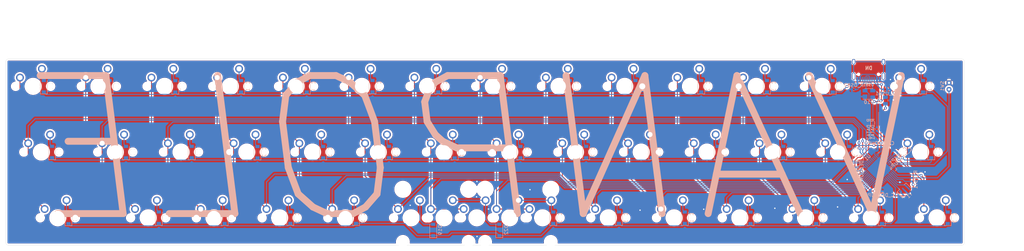
<source format=kicad_pcb>
(kicad_pcb (version 20210424) (generator pcbnew)
  (layers (0 "F.Cu" signal) (31 "B.Cu" signal) (34 "B.Paste" user) (35 "F.Paste" user) (36 "B.SilkS" user "B.Silkscreen") (37 "F.SilkS" user "F.Silkscreen") (38 "B.Mask" user) (39 "F.Mask" user) (44 "Edge.Cuts" user))
  (net 0 "")
  (net 1 "+5V")
  (net 2 "GND")
  (net 3 "Net-(C_UCAP1-Pad1)")
  (net 4 "row0")
  (net 5 "Net-(MX1-Pad2)")
  (net 6 "row1")
  (net 7 "Net-(MX2-Pad2)")
  (net 8 "row2")
  (net 9 "Net-(MX3-Pad2)")
  (net 10 "Net-(MX4-Pad2)")
  (net 11 "Net-(MX5-Pad2)")
  (net 12 "Net-(MX6-Pad2)")
  (net 13 "Net-(MX7-Pad2)")
  (net 14 "Net-(MX8-Pad2)")
  (net 15 "Net-(MX9-Pad2)")
  (net 16 "D-")
  (net 17 "D+")
  (net 18 "VCC")
  (net 19 "Net-(MX10-Pad2)")
  (net 20 "Net-(MX11-Pad2)")
  (net 21 "Net-(MX12-Pad2)")
  (net 22 "Net-(MX13-Pad2)")
  (net 23 "Net-(MX14-Pad2)")
  (net 24 "Net-(MX15-Pad2)")
  (net 25 "Net-(MX16-Pad2)")
  (net 26 "Net-(MX17-Pad2)")
  (net 27 "Net-(MX18-Pad2)")
  (net 28 "Net-(MX19-Pad2)")
  (net 29 "Net-(MX20-Pad2)")
  (net 30 "Net-(MX21-Pad2)")
  (net 31 "Net-(MX22-Pad2)")
  (net 32 "Net-(MX23-Pad2)")
  (net 33 "Net-(MX24-Pad2)")
  (net 34 "Net-(MX25-Pad2)")
  (net 35 "Net-(MX26-Pad2)")
  (net 36 "Net-(MX27-Pad2)")
  (net 37 "Net-(MX28-Pad2)")
  (net 38 "Net-(MX29-Pad2)")
  (net 39 "Net-(MX30-Pad2)")
  (net 40 "Net-(MX31-Pad2)")
  (net 41 "Net-(MX32-Pad2)")
  (net 42 "Net-(MX33-Pad2)")
  (net 43 "Net-(MX34-Pad2)")
  (net 44 "Net-(MX35-Pad2)")
  (net 45 "Net-(MX36-Pad2)")
  (net 46 "Net-(MX37-Pad2)")
  (net 47 "Net-(MX38-Pad2)")
  (net 48 "Net-(MX39-Pad2)")
  (net 49 "Net-(MX40-Pad2)")
  (net 50 "Net-(MX41-Pad2)")
  (net 51 "Net-(MX42-Pad2)")
  (net 52 "col0")
  (net 53 "col1")
  (net 54 "col2")
  (net 55 "col3")
  (net 56 "col4")
  (net 57 "col5")
  (net 58 "col6")
  (net 59 "col7")
  (net 60 "col8")
  (net 61 "col9")
  (net 62 "col10")
  (net 63 "col11")
  (net 64 "col12")
  (net 65 "col13")
  (net 66 "Net-(R_DATA1-Pad2)")
  (net 67 "Net-(R_DATA2-Pad2)")
  (net 68 "Net-(R_HWB1-Pad1)")
  (net 69 "Net-(R_RST1-Pad2)")
  (net 70 "Net-(USB1-Pad10)")
  (net 71 "Net-(R_USB2-Pad1)")
  (net 75 "Net-(U1-Pad16)")
  (net 76 "Net-(U1-Pad17)")
  (net 81 "unconnected-(USB1-Pad13)")
  (footprint "Keybage_MX:MX_1u_NoLED" (layer "F.Cu") (at 161.925 95.25)
    (fp_text reference "MX21")
    (fp_text value "MX-NoLED")
  )
  (footprint "Keybage_MX:MX_1u_NoLED" (layer "F.Cu") (at 190.5 76.2)
    (fp_text reference "MX26")
    (fp_text value "MX-NoLED")
  )
  (footprint "Keybage_MX:MX_1u_NoLED" (layer "F.Cu") (at 223.8375 57.15)
    (fp_text reference "MX31")
    (fp_text value "MX-NoLED")
  )
  (footprint "Keybage_MX:MX_1u_NoLED" (layer "F.Cu") (at 66.675 95.25)
    (fp_text reference "MX6")
    (fp_text value "MX-NoLED")
  )
  (footprint "Keybage_MX:MX_1u_NoLED" (layer "F.Cu") (at 180.975 95.25)
    (fp_text reference "MX24")
    (fp_text value "MX-NoLED")
  )
  (footprint "Keybage_MX:MX_1u_NoLED" (layer "F.Cu") (at 242.8875 57.15)
    (fp_text reference "MX34")
    (fp_text value "MX-NoLED")
  )
  (footprint "Keybage_MX:MX_1u_NoLED" (layer "F.Cu") (at 76.2 76.2)
    (fp_text reference "MX8")
    (fp_text value "MX-NoLED")
  )
  (footprint "Keybage_MX:MX_1u_NoLED" (layer "F.Cu") (at 147.6375 57.15)
    (fp_text reference "MX19")
    (fp_text value "MX-NoLED")
  )
  (footprint "Keybage_MX:MX_1u_NoLED" (layer "F.Cu") (at 238.125 95.25)
    (fp_text reference "MX33")
    (fp_text value "MX-NoLED")
  )
  (footprint "Keybage_MX:MX_2u_ReversedStabilizers_NoLED" (layer "F.Cu") (at 171.45 95.25)
    (fp_text reference "MX44")
    (fp_text value "MX-NoLED")
  )
  (footprint "Keybage_MX:MX_1u_NoLED" (layer "F.Cu") (at 85.725 95.25)
    (fp_text reference "MX9")
    (fp_text value "MX-NoLED")
  )
  (footprint "Keybage_MX:MX_1u_NoLED" (layer "F.Cu") (at 152.4 76.2)
    (fp_text reference "MX20")
    (fp_text value "MX-NoLED")
  )
  (footprint "Keybage_MX:MX_2u_ReversedStabilizers_NoLED" (layer "F.Cu") (at 152.4 95.25)
    (fp_text reference "MX43")
    (fp_text value "MX-NoLED")
  )
  (footprint "Keybage_MX:MX_1u_NoLED" (layer "F.Cu") (at 200.025 95.25)
    (fp_text reference "MX27")
    (fp_text value "MX-NoLED")
  )
  (footprint "Keybage_MX:MX_1.5u_NoLED" (layer "F.Cu") (at 290.5125 76.2)
    (fp_text reference "MX41")
    (fp_text value "MX-NoLED")
  )
  (footprint "Keybage_MX:MX_1u_NoLED" (layer "F.Cu") (at 261.9375 57.15)
    (fp_text reference "MX37")
    (fp_text value "MX-NoLED")
  )
  (footprint "Keybage_MX:MX_1u_NoLED" (layer "F.Cu") (at 128.5875 57.15)
    (fp_text reference "MX16")
    (fp_text value "MX-NoLED")
  )
  (footprint "Keybage_MX:MX_1.25u_NoLED" (layer "F.Cu") (at 35.71875 76.2)
    (fp_text reference "MX2")
    (fp_text value "MX-NoLED")
  )
  (footprint "Keybage_MX:MX_1u_NoLED" (layer "F.Cu") (at 171.45 76.2)
    (fp_text reference "MX23")
    (fp_text value "MX-NoLED")
  )
  (footprint "Keybage_MX:MX_1u_NoLED" (layer "F.Cu") (at 95.25 76.2)
    (fp_text reference "MX11")
    (fp_text value "MX-NoLED")
  )
  (footprint "Keybage_MX:MX_1u_NoLED" (layer "F.Cu") (at 90.4875 57.15)
    (fp_text reference "MX10")
    (fp_text value "MX-NoLED")
  )
  (footprint "Keybage_MX:MX_1u_NoLED" (layer "F.Cu") (at 266.7 76.2)
    (fp_text reference "MX38")
    (fp_text value "MX-NoLED")
  )
  (footprint "Keybage_MX:MX_1u_NoLED" (layer "F.Cu") (at 142.875 95.25)
    (fp_text reference "MX18")
    (fp_text value "MX-NoLED")
  )
  (footprint "Keybage_MX:MX_1.75u_NoLED" (layer "F.Cu") (at 288.13125 57.15)
    (fp_text reference "MX40")
    (fp_text value "MX-NoLED")
  )
  (footprint "Keybage_MX:MX_1u_NoLED" (layer "F.Cu") (at 228.6 76.2)
    (fp_text reference "MX32")
    (fp_text value "MX-NoLED")
  )
  (footprint "Keybage_MX:MX_1u_NoLED" (layer "F.Cu") (at 104.775 95.25)
    (fp_text reference "MX12")
    (fp_text value "MX-NoLED")
  )
  (footprint "Keybage_MX:MX_1u_NoLED" (layer "F.Cu") (at 166.6875 57.15)
    (fp_text reference "MX22")
    (fp_text value "MX-NoLED")
  )
  (footprint "Keybage_MX:MX_1u_NoLED" (layer "F.Cu") (at 57.15 76.2)
    (fp_text reference "MX5")
    (fp_text value "MX-NoLED")
  )
  (footprint "Keybage_MX:MX_1u_NoLED" (layer "F.Cu") (at 52.3875 57.15)
    (fp_text reference "MX4")
    (fp_text value "MX-NoLED")
  )
  (footprint "Keybage_MX:MX_1u_NoLED" (layer "F.Cu") (at 276.225 95.25)
    (fp_text reference "MX39")
    (fp_text value "MX-NoLED")
  )
  (footprint "Keybage_MX:MX_1u_NoLED" (layer "F.Cu") (at 133.35 76.2)
    (fp_text reference "MX17")
    (fp_text value "MX-NoLED")
  )
  (footprint "Keybage_MX:MX_1u_NoLED" (layer "F.Cu") (at 185.7375 57.15)
    (fp_text reference "MX25")
    (fp_text value "MX-NoLED")
  )
  (footprint "Keybage_MX:MX_1u_NoLED" (layer "F.Cu") (at 71.4375 57.15)
    (fp_text reference "MX7")
    (fp_text value "MX-NoLED")
  )
  (footprint "Keybage_MX:MX_1u_NoLED" (layer "F.Cu") (at 219.075 95.25)
    (fp_text reference "MX30")
    (fp_text value "MX-NoLED")
  )
  (footprint "Keybage_MX:MX_1u_NoLED" (layer "F.Cu") (at 123.825 95.25)
    (fp_text reference "MX15")
    (fp_text value "MX-NoLED")
  )
  (footprint "Keybage_MX:MX_1u_NoLED" (layer "F.Cu") (at 204.7875 57.15)
    (fp_text reference "MX28")
    (fp_text value "MX-NoLED")
  )
  (footprint "Keybage_MX:MX_1u_NoLED" (layer "F.Cu") (at 257.175 95.25)
    (fp_text reference "MX36")
    (fp_text value "MX-NoLED")
  )
  (footprint "Keybage_MX:MX_1u_NoLED" (layer "F.Cu") (at 33.3375 57.15)
    (fp_text reference "MX1")
    (fp_text value "MX-NoLED")
  )
  (footprint "Keybage_MX:MX_1u_NoLED" (layer "F.Cu") (at 295.275 95.25)
    (fp_text reference "MX42")
    (fp_text value "MX-NoLED")
  )
  (footprint "Keybage_MX:MX_1u_NoLED" (layer "F.Cu") (at 209.55 76.2)
    (fp_text reference "MX29")
    (fp_text value "MX-NoLED")
  )
  (footprint "Keybage_MX:MX_1.75u_NoLED" (layer "F.Cu") (at 40.48125 95.25)
    (fp_text reference "MX3")
    (fp_text value "MX-NoLED")
  )
  (footprint "Keybage_MX:MX_1u_NoLED" (layer "F.Cu") (at 114.3 76.2)
    (fp_text reference "MX14")
    (fp_text value "MX-NoLED")
  )
  (footprint "Keybage_MX:MX_1u_NoLED" (layer "F.Cu") (at 247.65 76.2)
    (fp_text reference "MX35")
    (fp_text value "MX-NoLED")
  )
  (footprint "Keybage_MX:MX_1u_NoLED" (layer "F.Cu") (at 109.5375 57.15)
    (fp_text reference "MX13")
    (fp_text value "MX-NoLED")
  )
  (footprint "Diode_SMD:D_SOD-123" (layer "B.Cu") (at 241.23 95.26 90)
    (fp_text reference "D34")
    (fp_text value "D_Small")
  )
  (footprint "Diode_SMD:D_SOD-123" (layer "B.Cu") (at 93.59 57.14 90)
    (fp_text reference "D11")
    (fp_text value "D_Small")
  )
  (footprint "Diode_SMD:D_SOD-123" (layer "B.Cu") (at 222.18 95.22 90)
    (fp_text reference "D31")
    (fp_text value "D_Small")
  )
  (footprint "Diode_SMD:D_SOD-123" (layer "B.Cu") (at 245.99 57.12 90)
    (fp_text reference "D35")
    (fp_text value "D_Small")
  )
  (footprint "Diode_SMD:D_SOD-123" (layer "B.Cu") (at 43.58 95.3 90)
    (fp_text reference "D3")
    (fp_text value "D_Small")
  )
  (footprint "Diode_SMD:D_SOD-123" (layer "B.Cu") (at 136.46 76.18 90)
    (fp_text reference "D18")
    (fp_text value "D_Small")
  )
  (footprint "Diode_SMD:D_SOD-123" (layer "B.Cu") (at 60.25 76.21 90)
    (fp_text reference "D5")
    (fp_text value "D_Small")
  )
  (footprint "Diode_SMD:D_SOD-123" (layer "B.Cu") (at 226.94 57.12 90)
    (fp_text reference "D32")
    (fp_text value "D_Small")
  )
  (footprint "Diode_SMD:D_SOD-123" (layer "B.Cu") (at 98.35 76.24 90)
    (fp_text reference "D12")
    (fp_text value "D_Small")
  )
  (footprint "Capacitor_SMD:C_0402_1005Metric" (layer "B.Cu") (at 283.22 76.5 45)
    (fp_text reference "C_UCAP1")
    (fp_text value "1u")
  )
  (footprint "Diode_SMD:D_SOD-123" (layer "B.Cu") (at 107.88 95.21 90)
    (fp_text reference "D13")
    (fp_text value "D_Small")
  )
  (footprint "Resistor_THT:R_Axial_DIN0204_L3.6mm_D1.6mm_P1.90mm_Vertical" (layer "B.Cu") (at 298.75 56.135 -90)
    (fp_text reference "SW1")
    (fp_text value "SW_Push")
  )
  (footprint "Crystal:Resonator_SMD_Murata_CSTxExxV-3Pin_3.0x1.1mm" (layer "B.Cu") (at 285.86 87.29 45)
    (fp_text reference "Y1")
    (fp_text value "Resonator_Small")
  )
  (footprint "Diode_SMD:D_SOD-123" (layer "B.Cu") (at 112.63 57.14 90)
    (fp_text reference "D14")
    (fp_text value "D_Small")
  )
  (footprint "Capacitor_SMD:C_0402_1005Metric" (layer "B.Cu") (at 278.58 74.82 180)
    (fp_text reference "C_DECOUP1")
    (fp_text value ".1u")
  )
  (footprint "Resistor_SMD:R_0402_1005Metric" (layer "B.Cu") (at 271.15 81.18 90)
    (fp_text reference "R_HWB1")
    (fp_text value "10k")
  )
  (footprint "Resistor_SMD:R_0402_1005Metric" (layer "B.Cu") (at 276.69 69.57 -90)
    (fp_text reference "R_DATA2")
    (fp_text value "22")
  )
  (footprint "Diode_SMD:D_SOD-123" (layer "B.Cu") (at 291.23 57.13 90)
    (fp_text reference "D41")
    (fp_text value "D_Small")
  )
  (footprint "Diode_SMD:D_SOD-123" (layer "B.Cu") (at 88.83 95.24 90)
    (fp_text reference "D9")
    (fp_text value "D_Small")
  )
  (footprint "Diode_SMD:D_SOD-123" (layer "B.Cu") (at 131.69 57.1 90)
    (fp_text reference "D17")
    (fp_text value "D_Small")
  )
  (footprint "Diode_SMD:D_SOD-123" (layer "B.Cu") (at 169.79 57.12 90)
    (fp_text reference "D23")
    (fp_text value "D_Small")
  )
  (footprint "Diode_SMD:D_SOD-123" (layer "B.Cu") (at 126.92 95.21 90)
    (fp_text reference "D16")
    (fp_text value "D_Small")
  )
  (footprint "Components:HRO-TYPE-C-31-M-12-Assembly" (layer "B.Cu") (at 275.43125 47.43125)
    (fp_text reference "USB1")
    (fp_text value "HRO-TYPE-C-31-M-12")
  )
  (footprint "Diode_SMD:D_SOD-123" (layer "B.Cu") (at 74.54 57.15 90)
    (fp_text reference "D7")
    (fp_text value "D_Small")
  )
  (footprint "Diode_SMD:D_SOD-123" (layer "B.Cu") (at 293.61 76.21 90)
    (fp_text reference "D42")
    (fp_text value "D_Small")
  )
  (footprint "Capacitor_SMD:C_0402_1005Metric" (layer "B.Cu") (at 272.24 81.18 90)
    (fp_text reference "C_DECOUP3")
    (fp_text value ".1u")
  )
  (footprint "Diode_SMD:D_SOD-123" (layer "B.Cu") (at 265.04 57.15 90)
    (fp_text reference "D38")
    (fp_text value "D_Small")
  )
  (footprint "Capacitor_SMD:C_0402_1005Metric" (layer "B.Cu") (at 278.58 87.52)
    (fp_text reference "C_DECOUP2")
    (fp_text value ".1u")
  )
  (footprint "Diode_SMD:D_SOD-123" (layer "B.Cu") (at 193.6 76.2 90)
    (fp_text reference "D27")
    (fp_text value "D_Small")
  )
  (footprint "Package_DFN_QFN:QFN-44-1EP_7x7mm_P0.5mm_EP5.2x5.2mm" (layer "B.Cu") (at 278.58 81.18 -135)
    (fp_text reference "U1")
    (fp_text value "ATmega32U4-M")
  )
  (footprint "Resistor_SMD:R_0402_1005Metric" (layer "B.Cu") (at 280.25 58.03)
    (fp_text reference "R_USB1")
    (fp_text value "5k1")
  )
  (footprint "Diode_SMD:D_SOD-123" (layer "B.Cu") (at 203.12 95.2 90)
    (fp_text reference "D28")
    (fp_text value "D_Small")
  )
  (footprint "Resistor_SMD:R_0402_1005Metric" (layer "B.Cu") (at 287.92 84.18 90)
    (fp_text reference "R_RST1")
    (fp_text value "10k")
  )
  (footprint "Diode_SMD:D_SOD-123" (layer "B.Cu") (at 36.44 57.12 90)
    (fp_text reference "D1")
    (fp_text value "D_Small")
  )
  (footprint "Diode_SMD:D_SOD-123" (layer "B.Cu") (at 207.89 57.12 90)
    (fp_text reference "D29")
    (fp_text value "D_Small")
  )
  (footprint "Diode_SMD:D_SOD-123" (layer "B.Cu") (at 250.75 76.19 90)
    (fp_text reference "D36")
    (fp_text value "D_Small")
  )
  (footprint "Diode_SMD:D_SOD-123" (layer "B.Cu") (at 168.44 98.76 90)
    (fp_text reference "D22")
    (fp_text value "D_Small")
  )
  (footprint "Diode_SMD:D_SOD-123" (layer "B.Cu") (at 298.37 95.25 90)
    (fp_text reference "D43")
    (fp_text value "D_Small")
  )
  (footprint "Resistor_SMD:R_0402_1005Metric" (layer "B.Cu") (at 277.83 69.55 -90)
    (fp_text reference "R_DATA1")
    (fp_text value "22")
  )
  (footprint "Diode_SMD:D_SOD-123" (layer "B.Cu") (at 149.28 98.78 90)
    (fp_text reference "D19")
    (fp_text value "D_Small")
  )
  (footprint "Package_TO_SOT_SMD:SOT-143" (layer "B.Cu") (at 275.52 59.35)
    (fp_text reference "D10")
    (fp_text value "PRTR5V0U2X")
  )
  (footprint "Diode_SMD:D_SOD-123" (layer "B.Cu") (at 260.28 95.25 90)
    (fp_text reference "D37")
    (fp_text value "D_Small")
  )
  (footprint "Diode_SMD:D_SOD-123" (layer "B.Cu") (at 231.7 76.2 90)
    (fp_text reference "D33")
    (fp_text value "D_Small")
  )
  (footprint "Diode_SMD:D_SOD-123" (layer "B.Cu") (at 174.55 76.22 90)
    (fp_text reference "D24")
    (fp_text value "D_Small")
  )
  (footprint "Diode_SMD:D_SOD-123" (layer "B.Cu") (at 55.49 57.12 90)
    (fp_text reference "D4")
    (fp_text value "D_Small")
  )
  (footprint "Capacitor_SMD:C_0402_1005Metric" (layer "B.Cu") (at 283.9 77.33 45)
    (fp_text reference "C_DECOUP4")
    (fp_text value "10u")
  )
  (footprint "Diode_SMD:D_SOD-123" (layer "B.Cu") (at 117.4 76.22 90)
    (fp_text reference "D15")
    (fp_text value "D_Small")
  )
  (footprint "Diode_SMD:D_SOD-123" (layer "B.Cu") (at 269.81 76.21 90)
    (fp_text reference "D39")
    (fp_text value "D_Small")
  )
  (footprint "Resistor_SMD:R_0402_1005Metric" (layer "B.Cu") (at 271.14 58.03 180)
    (fp_text reference "R_USB2")
    (fp_text value "5k1")
  )
  (footprint "Diode_SMD:D_SOD-123" (layer "B.Cu") (at 38.82 76.19 90)
    (fp_text reference "D2")
    (fp_text value "D_Small")
  )
  (footprint "Diode_SMD:D_SOD-123" (layer "B.Cu") (at 184.08 95.24 90)
    (fp_text reference "D25")
    (fp_text value "D_Small")
  )
  (footprint "Diode_SMD:D_SOD-123" (layer "B.Cu") (at 155.5 76.24 90)
    (fp_text reference "D21")
    (fp_text value "D_Small")
  )
  (footprint "Fuse:Fuse_0805_2012Metric" (layer "B.Cu") (at 280.34 61.25 -90)
    (fp_text reference "F1")
    (fp_text value "Polyfuse_Small")
  )
  (footprint "Diode_SMD:D_SOD-123" (layer "B.Cu") (at 150.74 57.12 90)
    (fp_text reference "D20")
    (fp_text value "D_Small")
  )
  (footprint "Diode_SMD:D_SOD-123" (layer "B.Cu") (at 69.78 95.22 90)
    (fp_text reference "D6")
    (fp_text value "D_Small")
  )
  (footprint "Diode_SMD:D_SOD-123" (layer "B.Cu") (at 188.84 57.13 90)
    (fp_text reference "D26")
    (fp_text value "D_Small")
  )
  (footprint "Diode_SMD:D_SOD-123" (layer "B.Cu") (at 279.33 95.27 90)
    (fp_text reference "D40")
    (fp_text value "D_Small")
  )
  (footprint "Diode_SMD:D_SOD-123" (layer "B.Cu") (at 212.65 76.16 90)
    (fp_text reference "D30")
    (fp_text value "D_Small")
  )
  (footprint "Diode_SMD:D_SOD-123" (layer "B.Cu") (at 79.3 76.2 90)
    (fp_text reference "D8")
    (fp_text value "D_Small")
  )
  (gr_line (start 280.9875 49.2125) (end 269.875 49.2125) (layer "Edge.Cuts") (width 0.05))
  (gr_line (start 303.2125 50.00625) (end 303.2125 102.39375) (layer "Edge.Cuts") (width 0.05))
  (gr_line (start 25.4 102.39375) (end 25.4 50.00625) (layer "Edge.Cuts") (width 0.05))
  (gr_arc (start 302.41875 102.39375) (end 303.2125 102.39375) (angle 90) (layer "Edge.Cuts") (width 0.05))
  (gr_arc (start 26.19375 50.00625) (end 26.19375 49.2125) (angle -90) (layer "Edge.Cuts") (width 0.05))
  (gr_arc (start 26.19375 102.39375) (end 25.4 102.39375) (angle -90) (layer "Edge.Cuts") (width 0.05))
  (gr_line (start 26.19375 49.2125) (end 269.875 49.2125) (layer "Edge.Cuts") (width 0.05))
  (gr_arc (start 302.41875 50.00625) (end 302.41875 49.2125) (angle 90) (layer "Edge.Cuts") (width 0.05))
  (gr_line (start 302.41875 103.1875) (end 26.19375 103.1875) (layer "Edge.Cuts") (width 0.05))
  (gr_line (start 280.9875 49.2125) (end 302.41875 49.2125) (layer "Edge.Cuts") (width 0.05))
  (gr_text "VANPOLE" (at 163 75.63) (layer "B.SilkS") (effects (font (size 40 40) (thickness 2) italic) (justify mirror)))
  (gr_text "DN" (at 275.5 51.87) (layer "B.SilkS") (effects (font (size 1 1) (thickness 0.25)) (justify mirror)))
  (segment (start 288.37 88.432277) (end 288.37 85.6) (width 0.25) (layer "F.Cu") (net 1))
  (segment (start 271.48 82.85) (end 276.14 87.51) (width 0.25) (layer "F.Cu") (net 1))
  (segment (start 282.15 88.04) (end 282.994511 88.884511) (width 0.25) (layer "F.Cu") (net 1))
  (segment (start 275.46 75.341289) (end 275.46 74.03) (width 0.25) (layer "F.Cu") (net 1))
  (segment (start 282.994511 88.884511) (end 287.917766 88.884511) (width 0.25) (layer "F.Cu") (net 1))
  (segment (start 271.48 78.64) (end 272.37 77.75) (width 0.25) (layer "F.Cu") (net 1))
  (segment (start 288.37 82.44) (end 284.26 78.33) (width 0.25) (layer "F.Cu") (net 1))
  (segment (start 279.03 64.78) (end 279.03 73.57) (width 0.25) (layer "F.Cu") (net 1))
  (segment (start 275.46 74.03) (end 275.92 73.57) (width 0.25) (layer "F.Cu") (net 1))
  (segment (start 277.17 87.51) (end 277.7 88.04) (width 0.25) (layer "F.Cu") (net 1))
  (segment (start 273.051289 77.75) (end 275.46 75.341289) (width 0.25) (layer "F.Cu") (net 1))
  (segment (start 280.36 63.45) (end 279.03 64.78) (width 0.25) (layer "F.Cu") (net 1))
  (segment (start 272.37 77.75) (end 273.051289 77.75) (width 0.25) (layer "F.Cu") (net 1))
  (segment (start 271.48 82.85) (end 271.48 78.64) (width 0.25) (layer "F.Cu") (net 1))
  (segment (start 276.14 87.51) (end 277.17 87.51) (width 0.25) (layer "F.Cu") (net 1))
  (segment (start 275.92 73.57) (end 276.55 73.57) (width 0.25) (layer "F.Cu") (net 1))
  (segment (start 275.92 73.57) (end 279.03 73.57) (width 0.25) (layer "F.Cu") (net 1))
  (segment (start 287.917766 88.884511) (end 288.37 88.432277) (width 0.25) (layer "F.Cu") (net 1))
  (segment (start 288.37 85.6) (end 288.37 82.44) (width 0.25) (layer "F.Cu") (net 1))
  (segment (start 277.7 88.04) (end 282.15 88.04) (width 0.25) (layer "F.Cu") (net 1))
  (segment (start 272.349868 82.85) (end 273.382184 81.817684) (width 0.25) (layer "F.Cu") (net 1))
  (segment (start 271.48 82.85) (end 272.349868 82.85) (width 0.25) (layer "F.Cu") (net 1))
  (via (at 284.26 78.33) (size 0.8) (drill 0.4) (layers "F.Cu" "B.Cu") (net 1))
  (via (at 279.03 73.57) (size 0.8) (drill 0.4) (layers "F.Cu" "B.Cu") (net 1))
  (via (at 280.36 63.45) (size 0.8) (drill 0.4) (layers "F.Cu" "B.Cu") (net 1))
  (via (at 288.37 85.6) (size 0.8) (drill 0.4) (layers "F.Cu" "B.Cu") (net 1))
  (via (at 273.382184 81.817684) (size 0.8) (drill 0.4) (layers "F.Cu" "B.Cu") (net 1))
  (via (at 277.17 87.51) (size 0.8) (drill 0.4) (layers "F.Cu" "B.Cu") (net 1))
  (segment (start 282.797696 77.669411) (end 281.293522 79.173585) (width 0.25) (layer "B.Cu") (net 1))
  (segment (start 285.36 84.14) (end 285.91 84.69) (width 0.25) (layer "B.Cu") (net 1))
  (segment (start 288.37 85.14) (end 287.92 84.69) (width 0.25) (layer "B.Cu") (net 1))
  (segment (start 282.000629 82.479309) (end 282.000629 82.480629) (width 0.25) (layer "B.Cu") (net 1))
  (segment (start 282.000629 82.480629) (end 283.66 84.14) (width 0.25) (layer "B.Cu") (net 1))
  (segment (start 276.77 85.818427) (end 277.634245 84.954182) (width 0.25) (layer "B.Cu") (net 1))
  (segment (start 279.534182 77.405818) (end 280.22 76.72) (width 0.25) (layer "B.Cu") (net 1))
  (segment (start 280.34 62.1875) (end 280.34 63.43) (width 0.25) (layer "B.Cu") (net 1))
  (segment (start 272.82 81.66) (end 273.892202 80.587798) (width 0.25) (layer "B.Cu") (net 1))
  (segment (start 273.892202 80.587798) (end 274.452264 80.587798) (width 0.25) (layer "B.Cu") (net 1))
  (segment (start 280.34 63.43) (end 280.36 63.45) (width 0.25) (layer "B.Cu") (net 1))
  (segment (start 273.2245 81.66) (end 272.82 81.66) (width 0.25) (layer "B.Cu") (net 1))
  (segment (start 279.03 74.79) (end 279.06 74.82) (width 0.25) (layer "B.Cu") (net 1))
  (segment (start 279.63 74.82) (end 279.06 74.82) (width 0.25) (layer "B.Cu") (net 1))
  (segment (start 285.91 84.69) (end 287.92 84.69) (width 0.25) (layer "B.Cu") (net 1))
  (segment (start 279.03 73.57) (end 279.03 74.79) (width 0.25) (layer "B.Cu") (net 1))
  (segment (start 279.525755 77.405818) (end 279.534182 77.405818) (width 0.25) (layer "B.Cu") (net 1))
  (segment (start 272.24 81.66) (end 272.82 81.66) (width 0.25) (layer "B.Cu") (net 1))
  (segment (start 276.77 86.19) (end 276.77 85.818427) (width 0.25) (layer "B.Cu") (net 1))
  (segment (start 284.26 78.33) (end 284.221178 78.33) (width 0.25) (layer "B.Cu") (net 1))
  (segment (start 283.66 84.14) (end 285.36 84.14) (width 0.25) (layer "B.Cu") (net 1))
  (segment (start 280.22 75.41) (end 279.63 74.82) (width 0.25) (layer "B.Cu") (net 1))
  (segment (start 279.06 75.980062) (end 277.987798 77.052264) (width 0.25) (layer "B.Cu") (net 1))
  (segment (start 280.22 76.72) (end 280.22 75.41) (width 0.25) (layer "B.Cu") (net 1))
  (segment (start 277.17 87.51) (end 278.09 87.51) (width 0.25) (layer "B.Cu") (net 1))
  (segment (start 279.06 74.82) (end 279.06 75.980062) (width 0.25) (layer "B.Cu") (net 1))
  (segment (start 284.221178 78.33) (end 283.560589 77.669411) (width 0.25) (layer "B.Cu") (net 1))
  (segment (start 273.382184 81.817684) (end 273.2245 81.66) (width 0.25) (layer "B.Cu") (net 1))
  (segment (start 283.560589 77.669411) (end 282.797696 77.669411) (width 0.25) (layer "B.Cu") (net 1))
  (segment (start 278.1 87.52) (end 276.77 86.19) (width 0.25) (layer "B.Cu") (net 1))
  (segment (start 278.09 87.51) (end 278.1 87.52) (width 0.25) (layer "B.Cu") (net 1))
  (segment (start 288.37 85.6) (end 288.37 85.14) (width 0.25) (layer "B.Cu") (net 1))
  (segment (start 284.51 84.94) (end 284.51 85.1) (width 0.25) (layer "F.Cu") (net 2))
  (segment (start 284.51 85.1) (end 287.57 88.16) (width 0.25) (layer "F.Cu") (net 2))
  (via (at 282.62 61.09) (size 0.8) (drill 0.4) (layers "F.Cu" "B.Cu") (net 2))
  (via (at 269.26 84.16) (size 0.8) (drill 0.4) (layers "F.Cu" "B.Cu") (net 2))
  (via (at 281.79 55.19) (size 0.8) (drill 0.4) (layers "F.Cu" "B.Cu") (net 2))
  (via (at 161.98 100.67) (size 0.8) (drill 0.4) (layers "F.Cu" "B.Cu") (net 2))
  (via (at 142.62 91.63) (size 0.8) (drill 0.4) (layers "F.Cu" "B.Cu") (net 2))
  (via (at 177.32 87.1) (size 0.8) (drill 0.4) (layers "F.Cu" "B.Cu") (net 2))
  (via (at 161.95 84.75) (size 0.8) (drill 0.4) (layers "F.Cu" "B.Cu") (net 2))
  (via (at 287.57 88.16) (size 0.8) (drill 0.4) (layers "F.Cu" "B.Cu") (net 2))
  (via (at 266.46 92.11) (size 0.8) (drill 0.4) (layers "F.Cu" "B.Cu") (net 2))
  (via (at 161.84 89.17) (size 0.8) (drill 0.4) (layers "F.Cu" "B.Cu") (net 2))
  (via (at 165.3 92.71) (size 0.8) (drill 0.4) (layers "F.Cu" "B.Cu") (net 2))
  (via (at 227.67 92.77) (size 0.8) (drill 0.4) (layers "F.Cu" "B.Cu") (net 2))
  (via (at 209.22 93.04) (size 0.8) (drill 0.4) (layers "F.Cu" "B.Cu") (net 2))
  (via (at 291.8 81.95) (size 0.8) (drill 0.4) (layers "F.Cu" "B.Cu") (net 2))
  (via (at 248.28 92.49) (size 0.8) (drill 0.4) (layers "F.Cu" "B.Cu") (net 2))
  (via (at 284.51 84.94) (size 0.8) (drill 0.4) (layers "F.Cu" "B.Cu") (net 2))
  (segment (start 280.76 56.18) (end 280.76 58.03) (width 0.25) (layer "B.Cu") (net 2))
  (segment (start 280.44 55.86) (end 280.76 56.18) (width 0.25) (layer "B.Cu") (net 2))
  (segment (start 279.994214 81.18) (end 278.58 81.18) (width 0.25) (layer "B.Cu") (net 2))
  (segment (start 277.987798 85.307736) (end 277.987798 85.236347) (width 0.25) (layer "B.Cu") (net 2))
  (segment (start 277.987798 85.307736) (end 279.06 86.379938) (width 0.25) (layer "B.Cu") (net 2))
  (segment (start 277.634245 77.405818) (end 278.58 78.351573) (width 0.25) (layer "B.Cu") (net 2))
  (segment (start 281.647076 82.832862) (end 279.994214 81.18) (width 0.25) (layer "B.Cu") (net 2))
  (segment (start 283.559411 76.160589) (end 283.559411 76.310589) (width 0.25) (layer "B.Cu") (net 2))
  (segment (start 277.215708 76.987281) (end 277.634245 77.405818) (width 0.25) (layer "B.Cu") (net 2))
  (segment (start 278.65625 55.12625) (end 278.69625 55.12625) (width 0.25) (layer "B.Cu") (net 2))
  (segment (start 277.987798 85.236347) (end 278.58 84.644145) (width 0.25) (layer "B.Cu") (net 2))
  (segment (start 283.340208 75.941386) (end 283.559411 76.160589) (width 0.25) (layer "B.Cu") (net 2))
  (segment (start 274.805818 80.234245) (end 275.751573 81.18) (width 0.25) (layer "B.Cu") (net 2))
  (segment (start 278.58 78.351573) (end 278.58 81.18) (width 0.25) (layer "B.Cu") (net 2))
  (segment (start 283.559411 76.310589) (end 284.239411 76.990589) (width 0.25) (layer "B.Cu") (net 2))
  (segment (start 280.586415 78.466478) (end 281.9 77.152893) (width 0.25) (layer "B.Cu") (net 2))
  (segment (start 278.1 74.82) (end 277.215708 75.704292) (width 0.25) (layer "B.Cu") (net 2))
  (segment (start 282.338614 75.941386) (end 283.340208 75.941386) (width 0.25) (layer "B.Cu") (net 2))
  (segment (start 279.06 86.379938) (end 279.06 87.52) (width 0.25) (layer "B.Cu") (net 2))
  (segment (start 283.754214 84.94) (end 284.51 84.94) (width 0.25) (layer "B.Cu") (net 2))
  (segment (start 272.21 80.67) (end 272.24 80.7) (width 0.25) (layer "B.Cu") (net 2))
  (segment (start 278.58 84.644145) (end 278.58 81.18) (width 0.25) (layer "B.Cu") (net 2))
  (segment (start 277.215708 75.704292) (end 277.215708 76.987281) (width 0.25) (layer "B.Cu") (net 2))
  (segment (start 275.751573 81.18) (end 278.58 81.18) (width 0.25) (layer "B.Cu") (net 2))
  (segment (start 278.58 80.472893) (end 278.58 81.18) (width 0.25) (layer "B.Cu") (net 2))
  (segment (start 281.9 76.38) (end 282.338614 75.941386) (width 0.25) (layer "B.Cu") (net 2))
  (segment (start 280.586415 78.466478) (end 278.58 80.472893) (width 0.25) (layer "B.Cu") (net 2))
  (segment (start 273.124292 79.815708) (end 274.387281 79.815708) (width 0.25) (layer "B.Cu") (net 2))
  (segment (start 287.57 88.16) (end 286.73 88.16) (width 0.25) (layer "B.Cu") (net 2))
  (segment (start 286.73 88.16) (end 285.86 87.29) (width 0.25) (layer "B.Cu") (net 2))
  (segment (start 279.43 55.86) (end 280.44 55.86) (width 0.25) (layer "B.Cu") (net 2))
  (segment (start 272.24 80.7) (end 273.124292 79.815708) (width 0.25) (layer "B.Cu") (net 2))
  (segment (start 278.69625 55.12625) (end 279.43 55.86) (width 0.25) (layer "B.Cu") (net 2))
  (segment (start 281.9 77.152893) (end 281.9 76.38) (width 0.25) (layer "B.Cu") (net 2))
  (segment (start 274.387281 79.815708) (end 274.805818 80.234245) (width 0.25) (layer "B.Cu") (net 2))
  (segment (start 281.647076 82.832862) (end 283.754214 84.94) (width 0.25) (layer "B.Cu") (net 2))
  (segment (start 271.15 80.67) (end 272.21 80.67) (width 0.25) (layer "B.Cu") (net 2))
  (segment (start 280.939969 78.780031) (end 280.939969 78.820031) (width 0.25) (layer "B.Cu") (net 3))
  (segment (start 282.880589 76.839411) (end 280.939969 78.780031) (width 0.25) (layer "B.Cu") (net 3))
  (segment (start 269.19 57.21) (end 270.534511 55.865489) (width 0.25) (layer "F.Cu") (net 4))
  (segment (start 279.675489 55.865489) (end 282.83 59.02) (width 0.25) (layer "F.Cu") (net 4))
  (segment (start 270.534511 55.865489) (end 279.675489 55.865489) (width 0.25) (layer "F.Cu") (net 4))
  (via (at 269.19 57.21) (size 0.8) (drill 0.4) (layers "F.Cu" "B.Cu") (net 4))
  (via (at 282.83 59.02) (size 0.8) (drill 0.4) (layers "F.Cu" "B.Cu") (net 4))
  (segment (start 56.188421 59.468421) (end 73.871579 59.468421) (width 0.25) (layer "B.Cu") (net 4))
  (segment (start 294.38 79.84) (end 298.30048 75.91952) (width 0.25) (layer "B.Cu") (net 4))
  (segment (start 36.44 58.77) (end 37.138421 59.468421) (width 0.25) (layer "B.Cu") (net 4))
  (segment (start 188.84 58.78) (end 189.528421 59.468421) (width 0.25) (layer "B.Cu") (net 4))
  (segment (start 111.951579 59.468421) (end 112.63 58.79) (width 0.25) (layer "B.Cu") (net 4))
  (segment (start 294.14 58.78) (end 294.3 58.94) (width 0.25) (layer "B.Cu") (net 4))
  (segment (start 150.74 58.77) (end 151.438421 59.468421) (width 0.25) (layer "B.Cu") (net 4))
  (segment (start 245.99 58.77) (end 246.688421 59.468421) (width 0.25) (layer "B.Cu") (net 4))
  (segment (start 282.83 59.02) (end 283.278421 59.468421) (width 0.25) (layer "B.Cu") (net 4))
  (segment (start 264.371579 59.468421) (end 265.04 58.8) (width 0.25) (layer "B.Cu") (net 4))
  (segment (start 227.638421 59.468421) (end 245.291579 59.468421) (width 0.25) (layer "B.Cu") (net 4))
  (segment (start 267.6 58.8) (end 269.19 57.21) (width 0.25) (layer "B.Cu") (net 4))
  (segment (start 282.712202 80.587798) (end 283.46 79.84) (width 0.25) (layer "B.Cu") (net 4))
  (segment (start 283.278421 59.468421) (end 290.541579 59.468421) (width 0.25) (layer "B.Cu") (net 4))
  (segment (start 151.438421 59.468421) (end 169.091579 59.468421) (width 0.25) (layer "B.Cu") (net 4))
  (segment (start 75.208421 59.468421) (end 92.911579 59.468421) (width 0.25) (layer "B.Cu") (net 4))
  (segment (start 92.911579 59.468421) (end 93.59 58.79) (width 0.25) (layer "B.Cu") (net 4))
  (segment (start 290.541579 59.468421) (end 291.23 58.78) (width 0.25) (layer "B.Cu") (net 4))
  (segment (start 73.871579 59.468421) (end 74.54 58.8) (width 0.25) (layer "B.Cu") (net 4))
  (segment (start 131.69 58.75) (end 132.408421 59.468421) (width 0.25) (layer "B.Cu") (net 4))
  (segment (start 283.46 79.84) (end 294.38 79.84) (width 0.25) (layer "B.Cu") (net 4))
  (segment (start 207.89 58.77) (end 208.588421 59.468421) (width 0.25) (layer "B.Cu") (net 4))
  (segment (start 208.588421 59.468421) (end 226.241579 59.468421) (width 0.25) (layer "B.Cu") (net 4))
  (segment (start 188.151579 59.468421) (end 188.84 58.78) (width 0.25) (layer "B.Cu") (net 4))
  (segment (start 54.791579 59.468421) (end 55.49 58.77) (width 0.25) (layer "B.Cu") (net 4))
  (segment (start 132.408421 59.468421) (end 150.041579 59.468421) (width 0.25) (layer "B.Cu") (net 4))
  (segment (start 169.79 58.77) (end 170.488421 59.468421) (width 0.25) (layer "B.Cu") (net 4))
  (segment (start 112.63 58.79) (end 113.308421 59.468421) (width 0.25) (layer "B.Cu") (net 4))
  (segment (start 55.49 58.77) (end 56.188421 59.468421) (width 0.25) (layer "B.Cu") (net 4))
  (segment (start 207.191579 59.468421) (end 207.89 58.77) (width 0.25) (layer "B.Cu") (net 4))
  (segment (start 37.138421 59.468421) (end 54.791579 59.468421) (width 0.25) (layer "B.Cu") (net 4))
  (segment (start 74.54 58.8) (end 75.208421 59.468421) (width 0.25) (layer "B.Cu") (net 4))
  (segment (start 245.291579 59.468421) (end 245.99 58.77) (width 0.25) (layer "B.Cu") (net 4))
  (segment (start 265.04 58.8) (end 267.6 58.8) (width 0.25) (layer "B.Cu") (net 4))
  (segment (start 170.488421 59.468421) (end 188.151579 59.468421) (width 0.25) (layer "B.Cu") (net 4))
  (segment (start 113.308421 59.468421) (end 130.971579 59.468421) (width 0.25) (layer "B.Cu") (net 4))
  (segment (start 93.59 58.79) (end 94.268421 59.468421) (width 0.25) (layer "B.Cu") (net 4))
  (segment (start 298.30048 62.94048) (end 297.33 61.97) (width 0.25) (layer "B.Cu") (net 4))
  (segment (start 298.30048 75.91952) (end 298.30048 62.94048) (width 0.25) (layer "B.Cu") (net 4))
  (segment (start 226.94 58.77) (end 227.638421 59.468421) (width 0.25) (layer "B.Cu") (net 4))
  (segment (start 291.23 58.78) (end 294.14 58.78) (width 0.25) (layer "B.Cu") (net 4))
  (segment (start 169.091579 59.468421) (end 169.79 58.77) (width 0.25) (layer "B.Cu") (net 4))
  (segment (start 226.241579 59.468421) (end 226.94 58.77) (width 0.25) (layer "B.Cu") (net 4))
  (segment (start 246.688421 59.468421) (end 264.371579 59.468421) (width 0.25) (layer "B.Cu") (net 4))
  (segment (start 150.041579 59.468421) (end 150.74 58.77) (width 0.25) (layer "B.Cu") (net 4))
  (segment (start 189.528421 59.468421) (end 207.191579 59.468421) (width 0.25) (layer "B.Cu") (net 4))
  (segment (start 298.30048 62.94048) (end 294.14 58.78) (width 0.25) (layer "B.Cu") (net 4))
  (segment (start 282.707736 80.587798) (end 282.712202 80.587798) (width 0.25) (layer "B.Cu") (net 4))
  (segment (start 94.268421 59.468421) (end 111.951579 59.468421) (width 0.25) (layer "B.Cu") (net 4))
  (segment (start 130.971579 59.468421) (end 131.69 58.75) (width 0.25) (layer "B.Cu") (net 4))
  (segment (start 35.8775 52.07) (end 35.8775 54.9075) (width 0.25) (layer "B.Cu") (net 5))
  (segment (start 35.8775 54.9075) (end 36.44 55.47) (width 0.25) (layer "B.Cu") (net 5))
  (segment (start 276.992299 74.2945) (end 281.6645 74.2945) (width 0.25) (layer "F.Cu") (net 6))
  (segment (start 281.6645 74.2945) (end 285.21 77.84) (width 0.25) (layer "F.Cu") (net 6))
  (via (at 285.21 77.84) (size 0.8) (drill 0.4) (layers "F.Cu" "B.Cu") (net 6))
  (via (at 276.992299 74.2945) (size 0.8) (drill 0.4) (layers "F.Cu" "B.Cu") (net 6))
  (segment (start 293.61 78.96) (end 293.61 77.86) (width 0.25) (layer "B.Cu") (net 6))
  (segment (start 116.751579 78.518421) (end 117.4 77.87) (width 0.25) (layer "B.Cu") (net 6))
  (segment (start 192.931579 78.518421) (end 193.6 77.85) (width 0.25) (layer "B.Cu") (net 6))
  (segment (start 269.151579 78.518421) (end 269.81 77.86) (width 0.25) (layer "B.Cu") (net 6))
  (segment (start 269.81 77.86) (end 269.81 76.38) (width 0.25) (layer "B.Cu") (net 6))
  (segment (start 231.031579 78.518421) (end 231.7 77.85) (width 0.25) (layer "B.Cu") (net 6))
  (segment (start 293.2 79.37) (end 293.61 78.96) (width 0.25) (layer "B.Cu") (net 6))
  (segment (start 285.21 77.84) (end 285.888421 78.518421) (width 0.25) (layer "B.Cu") (net 6))
  (segment (start 211.941579 78.518421) (end 212.65 77.81) (width 0.25) (layer "B.Cu") (net 6))
  (segment (start 231.7 77.85) (end 232.368421 78.518421) (width 0.25) (layer "B.Cu") (net 6))
  (segment (start 212.65 77.81) (end 213.358421 78.518421) (width 0.25) (layer "B.Cu") (net 6))
  (segment (start 155.5 77.89) (end 156.128421 78.518421) (width 0.25) (layer "B.Cu") (net 6))
  (segment (start 250.75 77.84) (end 251.428421 78.518421) (width 0.25) (layer "B.Cu") (net 6))
  (segment (start 175.198421 78.518421) (end 192.931579 78.518421) (width 0.25) (layer "B.Cu") (net 6))
  (segment (start 193.6 77.85) (end 194.268421 78.518421) (width 0.25) (layer "B.Cu") (net 6))
  (segment (start 283.22 79.37) (end 293.2 79.37) (width 0.25) (layer "B.Cu") (net 6))
  (segment (start 117.4 77.87) (end 118.048421 78.518421) (width 0.25) (layer "B.Cu") (net 6))
  (segment (start 174.55 77.87) (end 175.198421 78.518421) (width 0.25) (layer "B.Cu") (net 6))
  (segment (start 38.82 77.84) (end 39.498421 78.518421) (width 0.25) (layer "B.Cu") (net 6))
  (segment (start 78.631579 78.518421) (end 79.3 77.85) (width 0.25) (layer "B.Cu") (net 6))
  (segment (start 98.35 77.89) (end 98.978421 78.518421) (width 0.25) (layer "B.Cu") (net 6))
  (segment (start 118.048421 78.518421) (end 135.771579 78.518421) (width 0.25) (layer "B.Cu") (net 6))
  (segment (start 59.591579 78.518421) (end 60.25 77.86) (width 0.25) (layer "B.Cu") (net 6))
  (segment (start 250.071579 78.518421) (end 250.75 77.84) (width 0.25) (layer "B.Cu") (net 6))
  (segment (start 79.3 77.85) (end 79.968421 78.518421) (width 0.25) (layer "B.Cu") (net 6))
  (segment (start 39.498421 78.518421) (end 59.591579 78.518421) (width 0.25) (layer "B.Cu") (net 6))
  (segment (start 98.978421 78.518421) (end 116.751579 78.518421) (width 0.25) (layer "B.Cu") (net 6))
  (segment (start 269.81 76.38) (end 271.24 74.95) (width 0.25) (layer "B.Cu") (net 6))
  (segment (start 97.721579 78.518421) (end 98.35 77.89) (width 0.25) (layer "B.Cu") (net 6))
  (segment (start 136.46 77.83) (end 137.148421 78.518421) (width 0.25) (layer "B.Cu") (net 6))
  (segment (start 156.128421 78.518421) (end 173.901579 78.518421) (width 0.25) (layer "B.Cu") (net 6))
  (segment (start 60.25 77.86) (end 60.908421 78.518421) (width 0.25) (layer "B.Cu") (net 6))
  (segment (start 282.354182 80.234245) (end 282.355755 80.234245) (width 0.25) (layer "B.Cu") (net 6))
  (segment (start 271.8955 74.2945) (end 276.992299 74.2945) (width 0.25) (layer "B.Cu") (net 6))
  (segment (start 135.771579 78.518421) (end 136.46 77.83) (width 0.25) (layer "B.Cu") (net 6))
  (segment (start 285.888421 78.518421) (end 292.951579 78.518421) (width 0.25) (layer "B.Cu") (net 6))
  (segment (start 154.871579 78.518421) (end 155.5 77.89) (width 0.25) (layer "B.Cu") (net 6))
  (segment (start 137.148421 78.518421) (end 154.871579 78.518421) (width 0.25) (layer "B.Cu") (net 6))
  (segment (start 213.358421 78.518421) (end 231.031579 78.518421) (width 0.25) (layer "B.Cu") (net 6))
  (segment (start 292.951579 78.518421) (end 293.61 77.86) (width 0.25) (layer "B.Cu") (net 6))
  (segment (start 271.24 74.95) (end 271.8955 74.2945) (width 0.25) (layer "B.Cu") (net 6))
  (segment (start 251.428421 78.518421) (end 269.151579 78.518421) (width 0.25) (layer "B.Cu") (net 6))
  (segment (start 232.368421 78.518421) (end 250.071579 78.518421) (width 0.25) (layer "B.Cu") (net 6))
  (segment (start 60.908421 78.518421) (end 78.631579 78.518421) (width 0.25) (layer "B.Cu") (net 6))
  (segment (start 194.268421 78.518421) (end 211.941579 78.518421) (width 0.25) (layer "B.Cu") (net 6))
  (segment (start 79.968421 78.518421) (end 97.721579 78.518421) (width 0.25) (layer "B.Cu") (net 6))
  (segment (start 173.901579 78.518421) (end 174.55 77.87) (width 0.25) (layer "B.Cu") (net 6))
  (segment (start 282.355755 80.234245) (end 283.22 79.37) (width 0.25) (layer "B.Cu") (net 6))
  (segment (start 38.25875 73.97875) (end 38.82 74.54) (width 0.25) (layer "B.Cu") (net 7))
  (segment (start 38.25875 71.12) (end 38.25875 73.97875) (width 0.25) (layer "B.Cu") (net 7))
  (segment (start 108.588421 97.568421) (end 126.211579 97.568421) (width 0.25) (layer "B.Cu") (net 8))
  (segment (start 297.701579 97.568421) (end 298.37 96.9) (width 0.25) (layer "B.Cu") (net 8))
  (segment (start 240.571579 97.568421) (end 241.23 96.91) (width 0.25) (layer "B.Cu") (net 8))
  (segment (start 69.78 96.87) (end 70.478421 97.568421) (width 0.25) (layer "B.Cu") (net 8))
  (segment (start 153.79 100.43) (end 154.59 99.63) (width 0.25) (layer "B.Cu") (net 8))
  (segment (start 88.151579 97.568421) (end 88.83 96.89) (width 0.25) (layer "B.Cu") (net 8))
  (segment (start 203.12 96.85) (end 203.838421 97.568421) (width 0.25) (layer "B.Cu") (net 8))
  (segment (start 89.508421 97.568421) (end 107.171579 97.568421) (width 0.25) (layer "B.Cu") (net 8))
  (segment (start 44.198421 97.568421) (end 69.081579 97.568421) (width 0.25) (layer "B.Cu") (net 8))
  (segment (start 126.211579 97.568421) (end 126.92 96.86) (width 0.25) (layer "B.Cu") (net 8))
  (segment (start 184.758421 97.568421) (end 202.401579 97.568421) (width 0.25) (layer "B.Cu") (net 8))
  (segment (start 88.83 96.89) (end 89.508421 97.568421) (width 0.25) (layer "B.Cu") (net 8))
  (segment (start 280.586415 83.896415) (end 280.586415 83.893522) (width 0.25) (layer "B.Cu") (net 8))
  (segment (start 202.401579 97.568421) (end 203.12 96.85) (width 0.25) (layer "B.Cu") (net 8))
  (segment (start 222.18 96.87) (end 222.878421 97.568421) (width 0.25) (layer "B.Cu") (net 8))
  (segment (start 222.878421 97.568421) (end 240.571579 97.568421) (width 0.25) (layer "B.Cu") (net 8))
  (segment (start 69.081579 97.568421) (end 69.78 96.87) (width 0.25) (layer "B.Cu") (net 8))
  (segment (start 203.838421 97.568421) (end 221.481579 97.568421) (width 0.25) (layer "B.Cu") (net 8))
  (segment (start 180.56 100.41) (end 184.08 96.89) (width 0.25) (layer "B.Cu") (net 8))
  (segment (start 281.94 96.92) (end 282.325 96.535) (width 0.25) (layer "B.Cu") (net 8))
  (segment (start 241.888421 97.568421) (end 259.611579 97.568421) (width 0.25) (layer "B.Cu") (net 8))
  (segment (start 221.481579 97.568421) (end 222.18 96.87) (width 0.25) (layer "B.Cu") (net 8))
  (segment (start 126.92 96.86) (end 141.053736 96.86) (width 0.25) (layer "B.Cu") (net 8))
  (segment (start 184.08 96.89) (end 184.758421 97.568421) (width 0.25) (layer "B.Cu") (net 8))
  (segment (start 241.23 96.91) (end 241.888421 97.568421) (width 0.25) (layer "B.Cu") (net 8))
  (segment (start 279.978421 97.568421) (end 297.701579 97.568421) (width 0.25) (layer "B.Cu") (net 8))
  (segment (start 279.33 96.92) (end 281.94 96.92) (width 0.25) (layer "B.Cu") (net 8))
  (segment (start 167.66 99.63) (end 168.44 100.41) (width 0.25) (layer "B.Cu") (net 8))
  (segment (start 107.88 96.86) (end 108.588421 97.568421) (width 0.25) (layer "B.Cu") (net 8))
  (segment (start 278.681579 97.568421) (end 279.33 96.92) (width 0.25) (layer "B.Cu") (net 8))
  (segment (start 43.58 96.95) (end 44.198421 97.568421) (width 0.25) (layer "B.Cu") (net 8))
  (segment (start 260.28 96.9) (end 260.948421 97.568421) (width 0.25) (layer "B.Cu") (net 8))
  (segment (start 283.19 95.67) (end 283.19 86.5) (width 0.25) (layer "B.Cu") (net 8))
  (segment (start 279.33 96.92) (end 279.978421 97.568421) (width 0.25) (layer "B.Cu") (net 8))
  (segment (start 154.59 99.63) (end 167.66 99.63) (width 0.25) (layer "B.Cu") (net 8))
  (segment (start 168.44 100.41) (end 180.56 100.41) (width 0.25) (layer "B.Cu") (net 8))
  (segment (start 260.948421 97.568421) (end 278.681579 97.568421) (width 0.25) (layer "B.Cu") (net 8))
  (segment (start 283.19 86.5) (end 280.586415 83.896415) (width 0.25) (layer "B.Cu") (net 8))
  (segment (start 70.478421 97.568421) (end 88.151579 97.568421) (width 0.25) (layer "B.Cu") (net 8))
  (segment (start 107.171579 97.568421) (end 107.88 96.86) (width 0.25) (layer "B.Cu") (net 8))
  (segment (start 141.053736 96.86) (end 144.623736 100.43) (width 0.25) (layer "B.Cu") (net 8))
  (segment (start 144.623736 100.43) (end 149.28 100.43) (width 0.25) (layer "B.Cu") (net 8))
  (segment (start 259.611579 97.568421) (end 260.28 96.9) (width 0.25) (layer "B.Cu") (net 8))
  (segment (start 281.94 96.92) (end 283.19 95.67) (width 0.25) (layer "B.Cu") (net 8))
  (segment (start 149.28 100.43) (end 153.79 100.43) (width 0.25) (layer "B.Cu") (net 8))
  (segment (start 43.02125 93.09125) (end 43.58 93.65) (width 0.25) (layer "B.Cu") (net 9))
  (segment (start 43.02125 90.17) (end 43.02125 93.09125) (width 0.25) (layer "B.Cu") (net 9))
  (segment (start 54.9275 54.9075) (end 55.49 55.47) (width 0.25) (layer "B.Cu") (net 10))
  (segment (start 54.9275 52.07) (end 54.9275 54.9075) (width 0.25) (layer "B.Cu") (net 10))
  (segment (start 59.69 71.12) (end 59.69 74) (width 0.25) (layer "B.Cu") (net 11))
  (segment (start 59.69 74) (end 60.25 74.56) (width 0.25) (layer "B.Cu") (net 11))
  (segment (start 69.215 93.005) (end 69.78 93.57) (width 0.25) (layer "B.Cu") (net 12))
  (segment (start 69.215 90.17) (end 69.215 93.005) (width 0.25) (layer "B.Cu") (net 12))
  (segment (start 73.9775 52.07) (end 73.9775 54.9375) (width 0.25) (layer "B.Cu") (net 13))
  (segment (start 73.9775 54.9375) (end 74.54 55.5) (width 0.25) (layer "B.Cu") (net 13))
  (segment (start 78.74 71.12) (end 78.74 73.99) (width 0.25) (layer "B.Cu") (net 14))
  (segment (start 78.74 73.99) (end 79.3 74.55) (width 0.25) (layer "B.Cu") (net 14))
  (segment (start 88.265 93.025) (end 88.83 93.59) (width 0.25) (layer "B.Cu") (net 15))
  (segment (start 88.265 90.17) (end 88.265 93.025) (width 0.25) (layer "B.Cu") (net 15))
  (segment (start 274.68125 55.12625) (end 274.68125 58.13875) (width 0.2) (layer "B.Cu") (net 16))
  (segment (start 274.68125 54.21213) (end 274.791641 54.101739) (width 0.2) (layer "B.Cu") (net 16))
  (segment (start 274.42 58.4) (end 274.62 58.4) (width 0.2) (layer "B.Cu") (net 16))
  (segment (start 274.68125 55.12625) (end 274.68125 54.21213) (width 0.2) (layer "B.Cu") (net 16))
  (segment (start 275.511739 54.101739) (end 275.68125 54.27125) (width 0.2) (layer "B.Cu") (net 16))
  (segment (start 275.68125 54.27125) (end 275.68125 55.12625) (width 0.2) (layer "B.Cu") (net 16))
  (segment (start 274.791641 54.101739) (end 275.511739 54.101739) (width 0.2) (layer "B.Cu") (net 16))
  (segment (start 274.62 58.4) (end 275.53 59.31) (width 0.2) (layer "B.Cu") (net 16))
  (segment (start 274.68125 58.13875) (end 274.42 58.4) (width 0.2) (layer "B.Cu") (net 16))
  (segment (start 275.53 60.94912) (end 276.69 62.10912) (width 0.2) (layer "B.Cu") (net 16))
  (segment (start 276.69 62.10912) (end 276.69 69.06) (width 0.2) (layer "B.Cu") (net 16))
  (segment (start 275.53 59.31) (end 275.53 60.94912) (width 0.2) (layer "B.Cu") (net 16))
  (segment (start 278.33 61.1) (end 277.83 61.6) (width 0.2) (layer "B.Cu") (net 17))
  (segment (start 278.33 59.31) (end 278.33 61.1) (width 0.2) (layer "B.Cu") (net 17))
  (segment (start 277.42 58.4) (end 278.33 59.31) (width 0.2) (layer "B.Cu") (net 17))
  (segment (start 275.18125 55.12625) (end 275.18125 56.05125) (width 0.2) (layer "B.Cu") (net 17))
  (segment (start 276.081739 56.150761) (end 276.18125 56.05125) (width 0.2) (layer "B.Cu") (net 17))
  (segment (start 277.83 61.6) (end 277.83 69.04) (width 0.2) (layer "B.Cu") (net 17))
  (segment (start 276.081739 56.150761) (end 276.62 56.689022) (width 0.2) (layer "B.Cu") (net 17))
  (segment (start 276.62 56.689022) (end 276.62 58.4) (width 0.2) (layer "B.Cu") (net 17))
  (segment (start 276.18125 56.05125) (end 276.18125 55.12625) (width 0.2) (layer "B.Cu") (net 17))
  (segment (start 276.62 58.4) (end 277.42 58.4) (width 0.2) (layer "B.Cu") (net 17))
  (segment (start 275.280761 56.150761) (end 276.081739 56.150761) (width 0.2) (layer "B.Cu") (net 17))
  (segment (start 275.18125 56.05125) (end 275.280761 56.150761) (width 0.2) (layer "B.Cu") (net 17))
  (segment (start 278.781312 61.553536) (end 278.982332 61.352516) (width 0.25) (layer "F.Cu") (net 18))
  (segment (start 277.123659 61.553536) (end 278.781312 61.553536) (width 0.25) (layer "F.Cu") (net 18))
  (segment (start 279.19 56.59) (end 279.19 61.144848) (width 0.25) (layer "F.Cu") (net 18))
  (segment (start 279.19 61.144848) (end 278.982332 61.352516) (width 0.25) (layer "F.Cu") (net 18))
  (via (at 278.982332 61.352516) (size 0.8) (drill 0.4) (layers "F.Cu" "B.Cu") (net 18))
  (via (at 277.123659 61.553536) (size 0.8) (drill 0.4) (layers "F.Cu" "B.Cu") (net 18))
  (via (at 279.19 56.59) (size 0.8) (drill 0.4) (layers "F.Cu" "B.Cu") (net 18))
  (segment (start 277.88125 56.10125) (end 278.37 56.59) (width 0.25) (layer "B.Cu") (net 18))
  (segment (start 277.88125 54.36713) (end 277.191339 53.677219) (width 0.25) (layer "B.Cu") (net 18))
  (segment (start 273.602781 53.677219) (end 272.98125 54.29875) (width 0.25) (layer "B.Cu") (net 18))
  (segment (start 277.88125 55.12625) (end 277.88125 54.36713) (width 0.25) (layer "B.Cu") (net 18))
  (segment (start 278.37 56.59) (end 279.19 56.59) (width 0.25) (layer "B.Cu") (net 18))
  (segment (start 279.299984 61.352516) (end 280.34 60.3125) (width 0.25) (layer "B.Cu") (net 18))
  (segment (start 276.62 60.3) (end 276.62 61.049877) (width 0.25) (layer "B.Cu") (net 18))
  (segment (start 278.982332 61.352516) (end 279.299984 61.352516) (width 0.25) (layer "B.Cu") (net 18))
  (segment (start 272.98125 54.29875) (end 272.98125 55.12625) (width 0.25) (layer "B.Cu") (net 18))
  (segment (start 277.191339 53.677219) (end 273.602781 53.677219) (width 0.25) (layer "B.Cu") (net 18))
  (segment (start 276.62 61.049877) (end 277.123659 61.553536) (width 0.25) (layer "B.Cu") (net 18))
  (segment (start 277.88125 55.12625) (end 277.88125 56.10125) (width 0.25) (layer "B.Cu") (net 18))
  (segment (start 93.0275 54.9275) (end 93.59 55.49) (width 0.25) (layer "B.Cu") (net 19))
  (segment (start 93.0275 52.07) (end 93.0275 54.9275) (width 0.25) (layer "B.Cu") (net 19))
  (segment (start 97.79 74.03) (end 98.35 74.59) (width 0.25) (layer "B.Cu") (net 20))
  (segment (start 97.79 71.12) (end 97.79 74.03) (width 0.25) (layer "B.Cu") (net 20))
  (segment (start 107.315 92.995) (end 107.88 93.56) (width 0.25) (layer "B.Cu") (net 21))
  (segment (start 107.315 90.17) (end 107.315 92.995) (width 0.25) (layer "B.Cu") (net 21))
  (segment (start 112.0775 54.9375) (end 112.63 55.49) (width 0.25) (layer "B.Cu") (net 22))
  (segment (start 112.0775 52.07) (end 112.0775 54.9375) (width 0.25) (layer "B.Cu") (net 22))
  (segment (start 116.84 74.01) (end 117.4 74.57) (width 0.25) (layer "B.Cu") (net 23))
  (segment (start 116.84 71.12) (end 116.84 74.01) (width 0.25) (layer "B.Cu") (net 23))
  (segment (start 126.365 90.17) (end 126.365 93.005) (width 0.25) (layer "B.Cu") (net 24))
  (segment (start 126.365 93.005) (end 126.92 93.56) (width 0.25) (layer "B.Cu") (net 24))
  (segment (start 131.1275 54.8875) (end 131.69 55.45) (width 0.25) (layer "B.Cu") (net 25))
  (segment (start 131.1275 52.07) (end 131.1275 54.8875) (width 0.25) (layer "B.Cu") (net 25))
  (segment (start 135.89 73.96) (end 136.46 74.53) (width 0.25) (layer "B.Cu") (net 26))
  (segment (start 135.89 71.12) (end 135.89 73.96) (width 0.25) (layer "B.Cu") (net 26))
  (segment (start 146.56 97.13) (end 149.28 97.13) (width 0.25) (layer "B.Cu") (net 27))
  (segment (start 145.415 90.17) (end 145.415 95.985) (width 0.25) (layer "B.Cu") (net 27))
  (segment (start 145.415 95.985) (end 146.56 97.13) (width 0.25) (layer "B.Cu") (net 27))
  (segment (start 150.1775 52.07) (end 150.1775 54.9075) (width 0.25) (layer "B.Cu") (net 28))
  (segment (start 150.1775 54.9075) (end 150.74 55.47) (width 0.25) (layer "B.Cu") (net 28))
  (segment (start 154.94 74.03) (end 155.5 74.59) (width 0.25) (layer "B.Cu") (net 29))
  (segment (start 154.94 71.12) (end 154.94 74.03) (width 0.25) (layer "B.Cu") (net 29))
  (segment (start 164.465 90.17) (end 164.465 95.655) (width 0.25) (layer "B.Cu") (net 30))
  (segment (start 165.92 97.11) (end 168.44 97.11) (width 0.25) (layer "B.Cu") (net 30))
  (segment (start 164.465 95.655) (end 165.92 97.11) (width 0.25) (layer "B.Cu") (net 30))
  (segment (start 164.465 90.17) (end 154.94 90.17) (width 0.25) (layer "B.Cu") (net 30))
  (segment (start 169.2275 52.07) (end 169.2275 54.9075) (width 0.25) (layer "B.Cu") (net 31))
  (segment (start 169.2275 54.9075) (end 169.79 55.47) (width 0.25) (layer "B.Cu") (net 31))
  (segment (start 173.99 74.01) (end 174.55 74.57) (width 0.25) (layer "B.Cu") (net 32))
  (segment (start 173.99 71.12) (end 173.99 74.01) (width 0.25) (layer "B.Cu") (net 32))
  (segment (start 183.515 90.17) (end 183.515 93.025) (width 0.25) (layer "B.Cu") (net 33))
  (segment (start 183.515 93.025) (end 184.08 93.59) (width 0.25) (layer "B.Cu") (net 33))
  (segment (start 183.515 90.17) (end 173.99 90.17) (width 0.25) (layer "B.Cu") (net 33))
  (segment (start 188.2775 52.07) (end 188.2775 54.9175) (width 0.25) (layer "B.Cu") (net 34))
  (segment (start 188.2775 54.9175) (end 188.84 55.48) (width 0.25) (layer "B.Cu") (net 34))
  (segment (start 193.04 71.12) (end 193.04 73.99) (width 0.25) (layer "B.Cu") (net 35))
  (segment (start 193.04 73.99) (end 193.6 74.55) (width 0.25) (layer "B.Cu") (net 35))
  (segment (start 202.565 92.995) (end 203.12 93.55) (width 0.25) (layer "B.Cu") (net 36))
  (segment (start 202.565 90.17) (end 202.565 92.995) (width 0.25) (layer "B.Cu") (net 36))
  (segment (start 207.3275 52.07) (end 207.3275 54.9075) (width 0.25) (layer "B.Cu") (net 37))
  (segment (start 207.3275 54.9075) (end 207.89 55.47) (width 0.25) (layer "B.Cu") (net 37))
  (segment (start 212.09 71.12) (end 212.09 73.95) (width 0.25) (layer "B.Cu") (net 38))
  (segment (start 212.09 73.95) (end 212.65 74.51) (width 0.25) (layer "B.Cu") (net 38))
  (segment (start 221.615 93.005) (end 222.18 93.57) (width 0.25) (layer "B.Cu") (net 39))
  (segment (start 221.615 90.17) (end 221.615 93.005) (width 0.25) (layer "B.Cu") (net 39))
  (segment (start 226.3775 52.07) (end 226.3775 54.9075) (width 0.25) (layer "B.Cu") (net 40))
  (segment (start 226.3775 54.9075) (end 226.94 55.47) (width 0.25) (layer "B.Cu") (net 40))
  (segment (start 231.14 71.12) (end 231.14 73.99) (width 0.25) (layer "B.Cu") (net 41))
  (segment (start 231.14 73.99) (end 231.7 74.55) (width 0.25) (layer "B.Cu") (net 41))
  (segment (start 240.665 93.045) (end 241.23 93.61) (width 0.25) (layer "B.Cu") (net 42))
  (segment (start 240.665 90.17) (end 240.665 93.045) (width 0.25) (layer "B.Cu") (net 42))
  (segment (start 245.4275 52.07) (end 245.4275 54.9075) (width 0.25) (layer "B.Cu") (net 43))
  (segment (start 245.4275 54.9075) (end 245.99 55.47) (width 0.25) (layer "B.Cu") (net 43))
  (segment (start 250.19 73.98) (end 250.75 74.54) (width 0.25) (layer "B.Cu") (net 44))
  (segment (start 250.19 71.12) (end 250.19 73.98) (width 0.25) (layer "B.Cu") (net 44))
  (segment (start 259.715 90.17) (end 259.715 93.035) (width 0.25) (layer "B.Cu") (net 45))
  (segment (start 259.715 93.035) (end 260.28 93.6) (width 0.25) (layer "B.Cu") (net 45))
  (segment (start 264.4775 52.07) (end 264.4775 54.9375) (width 0.25) (layer "B.Cu") (net 46))
  (segment (start 264.4775 54.9375) (end 265.04 55.5) (width 0.25) (layer "B.Cu") (net 46))
  (segment (start 269.24 71.12) (end 269.24 73.99) (width 0.25) (layer "B.Cu") (net 47))
  (segment (start 269.24 73.99) (end 269.81 74.56) (width 0.25) (layer "B.Cu") (net 47))
  (segment (start 278.765 90.17) (end 278.765 93.055) (width 0.25) (layer "B.Cu") (net 48))
  (segment (start 278.765 93.055) (end 279.33 93.62) (width 0.25) (layer "B.Cu") (net 48))
  (segment (start 290.67125 54.92125) (end 291.23 55.48) (width 0.25) (layer "B.Cu") (net 49))
  (segment (start 290.67125 52.07) (end 290.67125 54.92125) (width 0.25) (layer "B.Cu") (net 49))
  (segment (start 293.0525 71.12) (end 293.0525 74.0025) (width 0.25) (layer "B.Cu") (net 50))
  (segment (start 293.0525 74.0025) (end 293.61 74.56) (width 0.25) (layer "B.Cu") (net 50))
  (segment (start 297.815 90.17) (end 297.815 93.045) (width 0.25) (layer "B.Cu") (net 51))
  (segment (start 297.815 93.045) (end 298.37 93.6) (width 0.25) (layer "B.Cu") (net 51))
  (segment (start 31.90875 73.66) (end 31.90875 87.9475) (width 0.25) (layer "F.Cu") (net 52))
  (segment (start 29.5275 71.27875) (end 31.90875 73.66) (width 0.25) (layer "F.Cu") (net 52))
  (segment (start 274.710012 75.019) (end 274.710012 73.579988) (width 0.25) (layer "F.Cu") (net 52))
  (segment (start 274.710012 73.579988) (end 274.72 73.57) (width 0.25) (layer "F.Cu") (net 52))
  (segment (start 31.90875 87.9475) (end 36.67125 92.71) (width 0.25) (layer "F.Cu") (net 52))
  (segment (start 29.5275 54.61) (end 29.5275 71.27875) (width 0.25) (layer "F.Cu") (net 52))
  (via (at 274.72 73.57) (size 0.8) (drill 0.4) (layers "F.Cu" "B.Cu") (net 52))
  (via (at 274.710012 75.019) (size 0.8) (drill 0.4) (layers "F.Cu" "B.Cu") (net 52))
  (segment (start 274.72 73.57) (end 274.72 69.95) (width 0.25) (layer "B.Cu") (net 52))
  (segment (start 274.710012 76.602905) (end 274.710012 75.019) (width 0.25) (layer "B.Cu") (net 52))
  (segment (start 271.32 66.55) (end 33.93 66.55) (width 0.25) (layer "B.Cu") (net 52))
  (segment (start 31.90875 68.57125) (end 31.90875 73.66) (width 0.25) (layer "B.Cu") (net 52))
  (segment (start 33.93 66.55) (end 31.90875 68.57125) (width 0.25) (layer "B.Cu") (net 52))
  (segment (start 274.72 69.95) (end 271.32 66.55) (width 0.25) (layer "B.Cu") (net 52))
  (segment (start 276.573585 78.466478) (end 274.710012 76.602905) (width 0.25) (layer "B.Cu") (net 52))
  (segment (start 273.74 75.26) (end 273.74 73.02) (width 0.25) (layer "F.Cu") (net 53))
  (segment (start 53.34 73.66) (end 53.34 83.185) (width 0.25) (layer "F.Cu") (net 53))
  (segment (start 48.5775 54.61) (end 48.5775 68.8975) (width 0.25) (layer "F.Cu") (net 53))
  (segment (start 53.34 83.185) (end 62.865 92.71) (width 0.25) (layer "F.Cu") (net 53))
  (segment (start 48.5775 68.8975) (end 53.34 73.66) (width 0.25) (layer "F.Cu") (net 53))
  (via (at 273.74 75.26) (size 0.8) (drill 0.4) (layers "F.Cu" "B.Cu") (net 53))
  (via (at 273.74 73.02) (size 0.8) (drill 0.4) (layers "F.Cu" "B.Cu") (net 53))
  (segment (start 53.34 68.62) (end 53.34 73.66) (width 0.25) (layer "B.Cu") (net 53))
  (segment (start 271.125718 67) (end 54.96 67) (width 0.25) (layer "B.Cu") (net 53))
  (segment (start 273.74 73.02) (end 273.74 69.614282) (width 0.25) (layer "B.Cu") (net 53))
  (segment (start 54.96 67) (end 53.34 68.62) (width 0.25) (layer "B.Cu") (net 53))
  (segment (start 276.220031 78.820031) (end 273.74 76.34) (width 0.25) (layer "B.Cu") (net 53))
  (segment (start 273.74 76.34) (end 273.74 75.26) (width 0.25) (layer "B.Cu") (net 53))
  (segment (start 273.74 69.614282) (end 271.125718 67) (width 0.25) (layer "B.Cu") (net 53))
  (segment (start 272.7 73.58) (end 272.69 73.57) (width 0.25) (layer "F.Cu") (net 54))
  (segment (start 67.6275 68.8975) (end 72.39 73.66) (width 0.25) (layer "F.Cu") (net 54))
  (segment (start 67.6275 54.61) (end 67.6275 68.8975) (width 0.25) (layer "F.Cu") (net 54))
  (segment (start 72.39 73.66) (end 72.39 83.185) (width 0.25) (layer "F.Cu") (net 54))
  (segment (start 72.39 83.185) (end 81.915 92.71) (width 0.25) (layer "F.Cu") (net 54))
  (segment (start 272.7 75.019) (end 272.7 73.58) (width 0.25) (layer "F.Cu") (net 54))
  (via (at 272.69 73.57) (size 0.8) (drill 0.4) (layers "F.Cu" "B.Cu") (net 54))
  (via (at 272.7 75.019) (size 0.8) (drill 0.4) (layers "F.Cu" "B.Cu") (net 54))
  (segment (start 72.39 68.9) (end 72.39 73.66) (width 0.25) (layer "B.Cu") (net 54))
  (segment (start 275.863585 79.173585) (end 275.37 78.68) (width 0.25) (layer "B.Cu") (net 54))
  (segment (start 273.01 75.39) (end 273.01 75.329) (width 0.25) (layer "B.Cu") (net 54))
  (segment (start 275.866478 79.173585) (end 275.863585 79.173585) (width 0.25) (layer "B.Cu") (net 54))
  (segment (start 275.37 78.68) (end 273.01 76.32) (width 0.25) (layer "B.Cu") (net 54))
  (segment (start 73.83 67.46) (end 72.39 68.9) (width 0.25) (layer "B.Cu") (net 54))
  (segment (start 272.69 73.57) (end 272.69 69.2) (width 0.25) (layer "B.Cu") (net 54))
  (segment (start 272.69 69.2) (end 270.95 67.46) (width 0.25) (layer "B.Cu") (net 54))
  (segment (start 273.01 76.32) (end 273.01 75.39) (width 0.25) (layer "B.Cu") (net 54))
  (segment (start 272.69 69.2) (end 272.52 69.03) (width 0.25) (layer "B.Cu") (net 54))
  (segment (start 273.01 75.329) (end 272.7 75.019) (width 0.25) (layer "B.Cu") (net 54))
  (segment (start 270.95 67.46) (end 73.83 67.46) (width 0.25) (layer "B.Cu") (net 54))
  (segment (start 86.6775 68.8975) (end 91.44 73.66) (width 0.25) (layer "F.Cu") (net 55))
  (segment (start 91.44 73.66) (end 91.44 83.185) (width 0.25) (layer "F.Cu") (net 55))
  (segment (start 86.6775 54.61) (end 86.6775 68.8975) (width 0.25) (layer "F.Cu") (net 55))
  (segment (start 91.44 83.185) (end 100.965 92.71) (width 0.25) (layer "F.Cu") (net 55))
  (segment (start 185.885718 82.55) (end 103.27 82.55) (width 0.25) (layer "B.Cu") (net 55))
  (segment (start 100.965 84.855) (end 100.965 92.71) (width 0.25) (layer "B.Cu") (net 55))
  (segment (start 275.507138 79.527138) (end 274.85 78.87) (width 0.25) (layer "B.Cu") (net 55))
  (segment (start 264.98 84.75) (end 188.085718 84.75) (width 0.25) (layer "B.Cu") (net 55))
  (segment (start 274.85 78.87) (end 270.86 78.87) (width 0.25) (layer "B.Cu") (net 55))
  (segment (start 270.86 78.87) (end 264.98 84.75) (width 0.25) (layer "B.Cu") (net 55))
  (segment (start 275.512924 79.527138) (end 275.507138 79.527138) (width 0.25) (layer "B.Cu") (net 55))
  (segment (start 188.085718 84.75) (end 185.885718 82.55) (width 0.25) (layer "B.Cu") (net 55))
  (segment (start 103.27 82.55) (end 100.965 84.855) (width 0.25) (layer "B.Cu") (net 55))
  (segment (start 105.7275 54.61) (end 105.7275 68.8975) (width 0.25) (layer "F.Cu") (net 56))
  (segment (start 110.49 73.66) (end 110.49 83.185) (width 0.25) (layer "F.Cu") (net 56))
  (segment (start 110.49 83.185) (end 120.015 92.71) (width 0.25) (layer "F.Cu") (net 56))
  (segment (start 105.7275 68.8975) (end 110.49 73.66) (width 0.25) (layer "F.Cu") (net 56))
  (segment (start 187.9 85.2) (end 185.71 83.01) (width 0.25) (layer "B.Cu") (net 56))
  (segment (start 275.159371 79.880691) (end 275.159371 79.879371) (width 0.25) (layer "B.Cu") (net 56))
  (segment (start 274.61 79.33) (end 271.06 79.33) (width 0.25) (layer "B.Cu") (net 56))
  (segment (start 271.06 79.33) (end 265.19 85.2) (width 0.25) (layer "B.Cu") (net 56))
  (segment (start 120.015 87.075) (end 120.015 92.71) (width 0.25) (layer "B.Cu") (net 56))
  (segment (start 265.19 85.2) (end 187.9 85.2) (width 0.25) (layer "B.Cu") (net 56))
  (segment (start 124.08 83.01) (end 120.015 87.075) (width 0.25) (layer "B.Cu") (net 56))
  (segment (start 275.159371 79.879371) (end 274.61 79.33) (width 0.25) (layer "B.Cu") (net 56))
  (segment (start 185.71 83.01) (end 124.08 83.01) (width 0.25) (layer "B.Cu") (net 56))
  (segment (start 124.7775 54.61) (end 124.7775 68.8975) (width 0.25) (layer "F.Cu") (net 57))
  (segment (start 129.54 73.66) (end 129.54 83.185) (width 0.25) (layer "F.Cu") (net 57))
  (segment (start 129.54 83.185) (end 139.065 92.71) (width 0.25) (layer "F.Cu") (net 57))
  (segment (start 124.7775 68.8975) (end 129.54 73.66) (width 0.25) (layer "F.Cu") (net 57))
  (segment (start 271.27 85.66) (end 187.72 85.66) (width 0.25) (layer "B.Cu") (net 57))
  (segment (start 187.72 85.66) (end 185.52 83.46) (width 0.25) (layer "B.Cu") (net 57))
  (segment (start 185.52 83.46) (end 148.315 83.46) (width 0.25) (layer "B.Cu") (net 57))
  (segment (start 148.315 83.46) (end 139.065 92.71) (width 0.25) (layer "B.Cu") (net 57))
  (segment (start 148.315 83.46) (end 140.4875 91.2875) (width 0.25) (layer "B.Cu") (net 57))
  (segment (start 274.805818 82.125755) (end 274.804245 82.125755) (width 0.25) (layer "B.Cu") (net 57))
  (segment (start 274.804245 82.125755) (end 271.27 85.66) (width 0.25) (layer "B.Cu") (net 57))
  (segment (start 143.8275 54.61) (end 143.8275 68.8975) (width 0.25) (layer "F.Cu") (net 58))
  (segment (start 143.8275 68.8975) (end 148.59 73.66) (width 0.25) (layer "F.Cu") (net 58))
  (segment (start 158.115 92.71) (end 148.59 92.71) (width 0.25) (layer "F.Cu") (net 58))
  (segment (start 148.59 73.66) (end 148.59 92.71) (width 0.25) (layer "F.Cu") (net 58))
  (segment (start 187.525718 86.11) (end 185.325718 83.91) (width 0.25) (layer "B.Cu") (net 58))
  (segment (start 275.159371 82.480629) (end 271.53 86.11) (width 0.25) (layer "B.Cu") (net 58))
  (segment (start 275.159371 82.479309) (end 275.159371 82.480629) (width 0.25) (layer "B.Cu") (net 58))
  (segment (start 151.46 83.91) (end 148.58 86.79) (width 0.25) (layer "B.Cu") (net 58))
  (segment (start 185.325718 83.91) (end 151.46 83.91) (width 0.25) (layer "B.Cu") (net 58))
  (segment (start 148.58 86.79) (end 148.59 86.8) (width 0.25) (layer "B.Cu") (net 58))
  (segment (start 271.53 86.11) (end 187.525718 86.11) (width 0.25) (layer "B.Cu") (net 58))
  (segment (start 148.59 86.8) (end 148.59 92.71) (width 0.25) (layer "B.Cu") (net 58))
  (segment (start 162.8775 68.8975) (end 167.64 73.66) (width 0.25) (layer "F.Cu") (net 59))
  (segment (start 162.8775 54.61) (end 162.8775 68.8975) (width 0.25) (layer "F.Cu") (net 59))
  (segment (start 167.64 73.66) (end 167.64 92.71) (width 0.25) (layer "F.Cu") (net 59))
  (segment (start 177.165 92.71) (end 167.64 92.71) (width 0.25) (layer "F.Cu") (net 59))
  (segment (start 170.86 84.36) (end 167.64 87.58) (width 0.25) (layer "B.Cu") (net 59))
  (segment (start 275.507138 82.832862) (end 271.77 86.57) (width 0.25) (layer "B.Cu") (net 59))
  (segment (start 185.14 84.36) (end 170.86 84.36) (width 0.25) (layer "B.Cu") (net 59))
  (segment (start 275.512924 82.832862) (end 275.507138 82.832862) (width 0.25) (layer "B.Cu") (net 59))
  (segment (start 187.35 86.57) (end 185.14 84.36) (width 0.25) (layer "B.Cu") (net 59))
  (segment (start 271.77 86.57) (end 187.35 86.57) (width 0.25) (layer "B.Cu") (net 59))
  (segment (start 167.64 87.58) (end 167.64 92.71) (width 0.25) (layer "B.Cu") (net 59))
  (segment (start 181.9275 54.61) (end 181.9275 68.8975) (width 0.25) (layer "F.Cu") (net 60))
  (segment (start 186.69 83.185) (end 196.215 92.71) (width 0.25) (layer "F.Cu") (net 60))
  (segment (start 186.69 73.66) (end 186.69 83.185) (width 0.25) (layer "F.Cu") (net 60))
  (segment (start 181.9275 68.8975) (end 186.69 73.66) (width 0.25) (layer "F.Cu") (net 60))
  (segment (start 275.866478 83.186415) (end 275.863585 83.186415) (width 0.25) (layer "B.Cu") (net 60))
  (segment (start 272.03 87.02) (end 197.96 87.02) (width 0.25) (layer "B.Cu") (net 60))
  (segment (start 197.96 87.02) (end 196.215 88.765) (width 0.25) (layer "B.Cu") (net 60))
  (segment (start 196.215 88.765) (end 196.215 92.71) (width 0.25) (layer "B.Cu") (net 60))
  (segment (start 275.863585 83.186415) (end 272.03 87.02) (width 0.25) (layer "B.Cu") (net 60))
  (segment (start 205.74 83.185) (end 215.265 92.71) (width 0.25) (layer "F.Cu") (net 61))
  (segment (start 205.74 73.66) (end 205.74 83.185) (width 0.25) (layer "F.Cu") (net 61))
  (segment (start 200.9775 68.8975) (end 205.74 73.66) (width 0.25) (layer "F.Cu") (net 61))
  (segment (start 200.9775 54.61) (end 200.9775 68.8975) (width 0.25) (layer "F.Cu") (net 61))
  (segment (start 272.27 87.49) (end 216.87 87.49) (width 0.25) (layer "B.Cu") (net 61))
  (segment (start 216.87 87.49) (end 215.265 89.095) (width 0.25) (layer "B.Cu") (net 61))
  (segment (start 276.220031 83.539969) (end 272.27 87.49) (width 0.25) (layer "B.Cu") (net 61))
  (segment (start 215.265 89.095) (end 215.265 92.71) (width 0.25) (layer "B.Cu") (net 61))
  (segment (start 224.79 83.185) (end 234.315 92.71) (width 0.25) (layer "F.Cu") (net 62))
  (segment (start 220.0275 68.8975) (end 224.79 73.66) (width 0.25) (layer "F.Cu") (net 62))
  (segment (start 224.79 73.66) (end 224.79 83.185) (width 0.25) (layer "F.Cu") (net 62))
  (segment (start 220.0275 54.61) (end 220.0275 68.8975) (width 0.25) (layer "F.Cu") (net 62))
  (segment (start 276.573585 83.893522) (end 276.573585 83.896415) (width 0.25) (layer "B.Cu") (net 62))
  (segment (start 272.49 87.98) (end 235.83 87.98) (width 0.25) (layer "B.Cu") (net 62))
  (segment (start 234.315 89.495) (end 234.315 92.71) (width 0.25) (layer "B.Cu") (net 62))
  (segment (start 276.573585 83.896415) (end 272.49 87.98) (width 0.25) (layer "B.Cu") (net 62))
  (segment (start 235.83 87.98) (end 234.315 89.495) (width 0.25) (layer "B.Cu") (net 62))
  (segment (start 243.84 73.66) (end 243.84 83.185) (width 0.25) (layer "F.Cu") (net 63))
  (segment (start 243.84 83.185) (end 253.365 92.71) (width 0.25) (layer "F.Cu") (net 63))
  (segment (start 239.0775 54.61) (end 239.0775 68.8975) (width 0.25) (layer "F.Cu") (net 63))
  (segment (start 239.0775 68.8975) (end 243.84 73.66) (width 0.25) (layer "F.Cu") (net 63))
  (segment (start 272.72 88.45) (end 254.36 88.45) (width 0.25) (layer "B.Cu") (net 63))
  (segment (start 254.36 88.45) (end 253.365 89.445) (width 0.25) (layer "B.Cu") (net 63))
  (segment (start 276.927138 84.247076) (end 276.922924 84.247076) (width 0.25) (layer "B.Cu") (net 63))
  (segment (start 253.365 89.445) (end 253.365 92.71) (width 0.25) (layer "B.Cu") (net 63))
  (segment (start 276.922924 84.247076) (end 272.72 88.45) (width 0.25) (layer "B.Cu") (net 63))
  (segment (start 258.1275 68.8975) (end 262.89 73.66) (width 0.25) (layer "F.Cu") (net 64))
  (segment (start 262.89 83.185) (end 272.415 92.71) (width 0.25) (layer "F.Cu") (net 64))
  (segment (start 262.89 73.66) (end 262.89 83.185) (width 0.25) (layer "F.Cu") (net 64))
  (segment (start 258.1275 54.61) (end 258.1275 68.8975) (width 0.25) (layer "F.Cu") (net 64))
  (segment (start 272.4 90.3) (end 272.415 90.315) (width 0.25) (layer "B.Cu") (net 64))
  (segment (start 277.279371 84.600629) (end 272.4 89.48) (width 0.25) (layer "B.Cu") (net 64))
  (segment (start 272.415 90.315) (end 272.415 92.71) (width 0.25) (layer "B.Cu") (net 64))
  (segment (start 277.280691 84.600629) (end 277.279371 84.600629) (width 0.25) (layer "B.Cu") (net 64))
  (segment (start 272.4 89.48) (end 272.4 90.3) (width 0.25) (layer "B.Cu") (net 64))
  (segment (start 291.465 83.745342) (end 291.269829 83.550171) (width 0.25) (layer "F.Cu") (net 65))
  (segment (start 284.32125 54.61) (end 284.32125 71.27875) (width 0.25) (layer "F.Cu") (net 65))
  (segment (start 284.32125 71.27875) (end 286.7025 73.66) (width 0.25) (layer "F.Cu") (net 65))
  (segment (start 291.465 85.115) (end 291.465 83.745342) (width 0.25) (layer "F.Cu") (net 65))
  (segment (start 291.465 85.115) (end 291.465 92.71) (width 0.25) (layer "F.Cu") (net 65))
  (segment (start 291.465 83.745342) (end 290.665158 82.9455) (width 0.25) (layer "F.Cu") (net 65))
  (segment (start 291.465 84.899282) (end 291.465 85.115) (width 0.25) (layer "F.Cu") (net 65))
  (segment (start 286.7025 73.66) (end 286.7025 80.136782) (width 0.25) (layer "F.Cu") (net 65))
  (segment (start 286.7025 80.136782) (end 291.465 84.899282) (width 0.25) (layer "F.Cu") (net 65))
  (via (at 290.665158 82.9455) (size 0.8) (drill 0.4) (layers "F.Cu" "B.Cu") (net 65))
  (segment (start 282.707736 81.772202) (end 282.707736 81.777736) (width 0.25) (layer "B.Cu") (net 65))
  (segment (start 282.707736 81.777736) (end 283.76 82.83) (width 0.25) (layer "B.Cu") (net 65))
  (segment (start 283.76 82.83) (end 283.79 82.86) (width 0.25) (layer "B.Cu") (net 65))
  (segment (start 288.51 82.86) (end 290.579658 82.86) (width 0.25) (layer "B.Cu") (net 65))
  (segment (start 283.79 82.86) (end 288.51 82.86) (width 0.25) (layer "B.Cu") (net 65))
  (segment (start 290.579658 82.86) (end 290.665158 82.9455) (width 0.25) (layer "B.Cu") (net 65))
  (segment (start 281.26952 77.076266) (end 280.232862 78.112924) (width 0.25) (layer "B.Cu") (net 66))
  (segment (start 277.83 70.06) (end 281.26952 73.49952) (width 0.25) (layer "B.Cu") (net 66))
  (segment (start 281.26952 73.49952) (end 281.26952 77.076266) (width 0.25) (layer "B.Cu") (net 66))
  (segment (start 280.82 74.21) (end 280.82 76.81868) (width 0.25) (layer "B.Cu") (net 67))
  (segment (start 280.82 76.81868) (end 279.879309 77.759371) (width 0.25) (layer "B.Cu") (net 67))
  (segment (start 276.69 70.08) (end 280.82 74.21) (width 0.25) (layer "B.Cu") (net 67))
  (segment (start 271.67 82.57) (end 273.654466 82.57) (width 0.25) (layer "B.Cu") (net 68))
  (segment (start 273.654466 82.57) (end 274.452264 81.772202) (width 0.25) (layer "B.Cu") (net 68))
  (segment (start 271.15 81.69) (end 271.15 82.05) (width 0.25) (layer "B.Cu") (net 68))
  (segment (start 271.15 82.05) (end 271.67 82.57) (width 0.25) (layer "B.Cu") (net 68))
  (segment (start 298.75 80.34) (end 298.75 58.035) (width 0.25) (layer "B.Cu") (net 69))
  (segment (start 282.354182 82.125755) (end 282.355755 82.125755) (width 0.25) (layer "B.Cu") (net 69))
  (segment (start 283.9 83.67) (end 287.92 83.67) (width 0.25) (layer "B.Cu") (net 69))
  (segment (start 295.42 83.67) (end 298.75 80.34) (width 0.25) (layer "B.Cu") (net 69))
  (segment (start 282.355755 82.125755) (end 283.9 83.67) (width 0.25) (layer "B.Cu") (net 69))
  (segment (start 287.92 83.67) (end 295.42 83.67) (width 0.25) (layer "B.Cu") (net 69))
  (segment (start 277.18125 56.10125) (end 277.18125 55.12625) (width 0.25) (layer "B.Cu") (net 70))
  (segment (start 279.74 58.03) (end 279.11 58.03) (width 0.25) (layer "B.Cu") (net 70))
  (segment (start 279.11 58.03) (end 277.18125 56.10125) (width 0.25) (layer "B.Cu") (net 70))
  (segment (start 271.65 58.03) (end 272.2525 58.03) (width 0.25) (layer "B.Cu") (net 71))
  (segment (start 272.2525 58.03) (end 274.18125 56.10125) (width 0.25) (layer "B.Cu") (net 71))
  (segment (start 274.18125 56.10125) (end 274.18125 55.12625) (width 0.25) (layer "B.Cu") (net 71))
  (segment (start 283.827107 85.72) (end 281.293522 83.186415) (width 0.25) (layer "B.Cu") (net 75))
  (segment (start 286.708528 86.441472) (end 285.987056 85.72) (width 0.25) (layer "B.Cu") (net 75))
  (segment (start 285.987056 85.72) (end 283.827107 85.72) (width 0.25) (layer "B.Cu") (net 75))
  (segment (start 285.011472 87.611472) (end 280.939969 83.539969) (width 0.25) (layer "B.Cu") (net 76))
  (segment (start 285.011472 88.138528) (end 285.011472 87.611472) (width 0.25) (layer "B.Cu") (net 76))
  (segment (start 279.75125 50.03125) (end 271.11125 50.03125) (width 0.25) (layer "B.Cu") (net 81))
  (segment (start 271.11125 54.21125) (end 271.11125 50.03125) (width 0.25) (layer "B.Cu") (net 81))
  (segment (start 279.75125 54.21125) (end 279.75125 50.03125) (width 0.25) (layer "B.Cu") (net 81))
  (zone (net 2) (net_name "GND") (layer "F.Cu") (connect_pads (clearance 0.508)) (min_thickness 0.254) (fill yes (thermal_gap 0.508) (thermal_bridge_width 0.508))
    (polygon (pts (xy 304.8 104.775) (xy 23.8125 104.775) (xy 23.8125 47.625) (xy 304.8 47.625)))
  )
  (zone (net 2) (net_name "GND") (layer "B.Cu") (connect_pads (clearance 0.508)) (min_thickness 0.254) (fill yes (thermal_gap 0.508) (thermal_bridge_width 0.508))
    (polygon (pts (xy 304.8 104.775) (xy 23.8125 104.775) (xy 23.8125 47.625) (xy 304.8 47.625)))
  )
)
</source>
